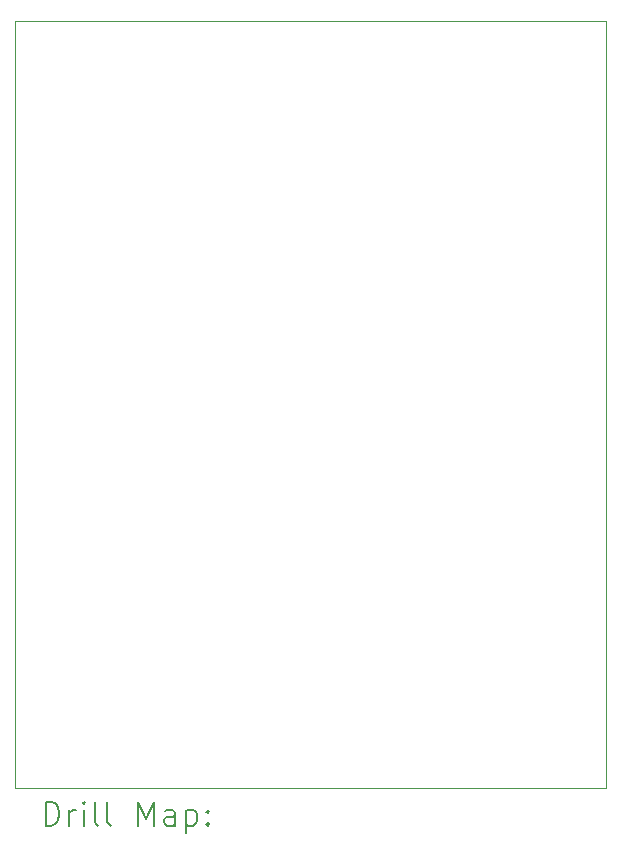
<source format=gbr>
%TF.GenerationSoftware,KiCad,Pcbnew,8.0.6*%
%TF.CreationDate,2024-10-20T12:02:17+02:00*%
%TF.ProjectId,foxy,666f7879-2e6b-4696-9361-645f70636258,rev?*%
%TF.SameCoordinates,Original*%
%TF.FileFunction,Drillmap*%
%TF.FilePolarity,Positive*%
%FSLAX45Y45*%
G04 Gerber Fmt 4.5, Leading zero omitted, Abs format (unit mm)*
G04 Created by KiCad (PCBNEW 8.0.6) date 2024-10-20 12:02:17*
%MOMM*%
%LPD*%
G01*
G04 APERTURE LIST*
%ADD10C,0.050000*%
%ADD11C,0.200000*%
G04 APERTURE END LIST*
D10*
X9144000Y-6477000D02*
X14144000Y-6477000D01*
X14144000Y-12977000D01*
X9144000Y-12977000D01*
X9144000Y-6477000D01*
D11*
X9402277Y-13290984D02*
X9402277Y-13090984D01*
X9402277Y-13090984D02*
X9449896Y-13090984D01*
X9449896Y-13090984D02*
X9478467Y-13100508D01*
X9478467Y-13100508D02*
X9497515Y-13119555D01*
X9497515Y-13119555D02*
X9507039Y-13138603D01*
X9507039Y-13138603D02*
X9516563Y-13176698D01*
X9516563Y-13176698D02*
X9516563Y-13205269D01*
X9516563Y-13205269D02*
X9507039Y-13243365D01*
X9507039Y-13243365D02*
X9497515Y-13262412D01*
X9497515Y-13262412D02*
X9478467Y-13281460D01*
X9478467Y-13281460D02*
X9449896Y-13290984D01*
X9449896Y-13290984D02*
X9402277Y-13290984D01*
X9602277Y-13290984D02*
X9602277Y-13157650D01*
X9602277Y-13195746D02*
X9611801Y-13176698D01*
X9611801Y-13176698D02*
X9621324Y-13167174D01*
X9621324Y-13167174D02*
X9640372Y-13157650D01*
X9640372Y-13157650D02*
X9659420Y-13157650D01*
X9726086Y-13290984D02*
X9726086Y-13157650D01*
X9726086Y-13090984D02*
X9716563Y-13100508D01*
X9716563Y-13100508D02*
X9726086Y-13110031D01*
X9726086Y-13110031D02*
X9735610Y-13100508D01*
X9735610Y-13100508D02*
X9726086Y-13090984D01*
X9726086Y-13090984D02*
X9726086Y-13110031D01*
X9849896Y-13290984D02*
X9830848Y-13281460D01*
X9830848Y-13281460D02*
X9821324Y-13262412D01*
X9821324Y-13262412D02*
X9821324Y-13090984D01*
X9954658Y-13290984D02*
X9935610Y-13281460D01*
X9935610Y-13281460D02*
X9926086Y-13262412D01*
X9926086Y-13262412D02*
X9926086Y-13090984D01*
X10183229Y-13290984D02*
X10183229Y-13090984D01*
X10183229Y-13090984D02*
X10249896Y-13233841D01*
X10249896Y-13233841D02*
X10316563Y-13090984D01*
X10316563Y-13090984D02*
X10316563Y-13290984D01*
X10497515Y-13290984D02*
X10497515Y-13186222D01*
X10497515Y-13186222D02*
X10487991Y-13167174D01*
X10487991Y-13167174D02*
X10468944Y-13157650D01*
X10468944Y-13157650D02*
X10430848Y-13157650D01*
X10430848Y-13157650D02*
X10411801Y-13167174D01*
X10497515Y-13281460D02*
X10478467Y-13290984D01*
X10478467Y-13290984D02*
X10430848Y-13290984D01*
X10430848Y-13290984D02*
X10411801Y-13281460D01*
X10411801Y-13281460D02*
X10402277Y-13262412D01*
X10402277Y-13262412D02*
X10402277Y-13243365D01*
X10402277Y-13243365D02*
X10411801Y-13224317D01*
X10411801Y-13224317D02*
X10430848Y-13214793D01*
X10430848Y-13214793D02*
X10478467Y-13214793D01*
X10478467Y-13214793D02*
X10497515Y-13205269D01*
X10592753Y-13157650D02*
X10592753Y-13357650D01*
X10592753Y-13167174D02*
X10611801Y-13157650D01*
X10611801Y-13157650D02*
X10649896Y-13157650D01*
X10649896Y-13157650D02*
X10668944Y-13167174D01*
X10668944Y-13167174D02*
X10678467Y-13176698D01*
X10678467Y-13176698D02*
X10687991Y-13195746D01*
X10687991Y-13195746D02*
X10687991Y-13252888D01*
X10687991Y-13252888D02*
X10678467Y-13271936D01*
X10678467Y-13271936D02*
X10668944Y-13281460D01*
X10668944Y-13281460D02*
X10649896Y-13290984D01*
X10649896Y-13290984D02*
X10611801Y-13290984D01*
X10611801Y-13290984D02*
X10592753Y-13281460D01*
X10773705Y-13271936D02*
X10783229Y-13281460D01*
X10783229Y-13281460D02*
X10773705Y-13290984D01*
X10773705Y-13290984D02*
X10764182Y-13281460D01*
X10764182Y-13281460D02*
X10773705Y-13271936D01*
X10773705Y-13271936D02*
X10773705Y-13290984D01*
X10773705Y-13167174D02*
X10783229Y-13176698D01*
X10783229Y-13176698D02*
X10773705Y-13186222D01*
X10773705Y-13186222D02*
X10764182Y-13176698D01*
X10764182Y-13176698D02*
X10773705Y-13167174D01*
X10773705Y-13167174D02*
X10773705Y-13186222D01*
M02*

</source>
